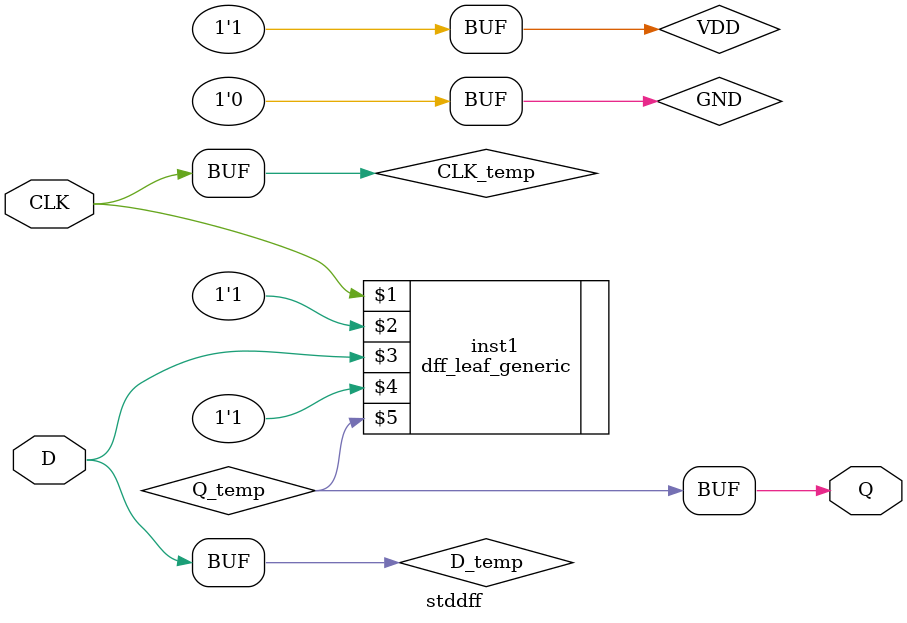
<source format=v>
module stddff(CLK,D,Q);
  parameter
        d_CLK_r = 0,
        d_CLK_f = 0,
        d_D_r = 0,
        d_D_f = 0,
        d_Q_r = 1,
        d_Q_f = 1;
  input  CLK;
  input  D;
  output  Q;
  wire  CLK_temp;
  wire  D_temp;
  wire  Q_temp;
  supply0  GND;
  supply1  VDD;
  assign #(d_CLK_r,d_CLK_f) CLK_temp = CLK|CLK;
  assign #(d_D_r,d_D_f) D_temp = D|D;
  assign #(d_Q_r,d_Q_f) Q = Q_temp;
  dff_leaf_generic inst1 (CLK_temp,VDD,D_temp,VDD,Q_temp);
  specify
    specparam
      t_hold_D = 0,
      t_setup_D = 0;
    $hold(posedge CLK , D , t_hold_D);
    $setup(D , posedge CLK , t_setup_D);
  endspecify
endmodule

</source>
